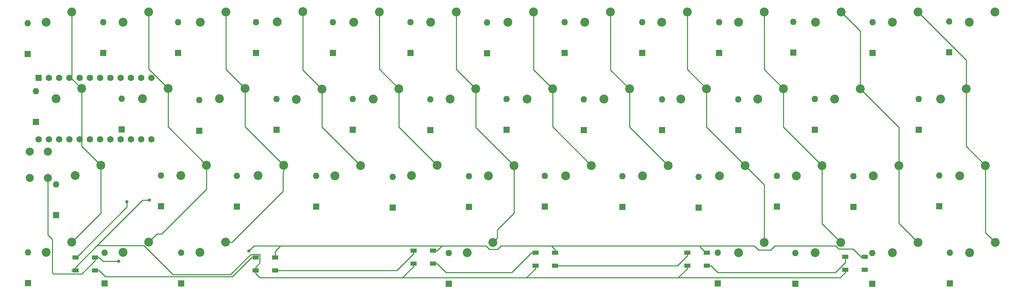
<source format=gbl>
G04 #@! TF.GenerationSoftware,KiCad,Pcbnew,(5.0.2)-1*
G04 #@! TF.CreationDate,2019-01-23T12:21:28-05:00*
G04 #@! TF.ProjectId,TG4x,54473478-2e6b-4696-9361-645f70636258,rev?*
G04 #@! TF.SameCoordinates,Original*
G04 #@! TF.FileFunction,Copper,L2,Bot*
G04 #@! TF.FilePolarity,Positive*
%FSLAX46Y46*%
G04 Gerber Fmt 4.6, Leading zero omitted, Abs format (unit mm)*
G04 Created by KiCad (PCBNEW (5.0.2)-1) date 1/23/2019 12:21:28 PM*
%MOMM*%
%LPD*%
G01*
G04 APERTURE LIST*
G04 #@! TA.AperFunction,ComponentPad*
%ADD10C,2.200000*%
G04 #@! TD*
G04 #@! TA.AperFunction,ComponentPad*
%ADD11C,2.000000*%
G04 #@! TD*
G04 #@! TA.AperFunction,ComponentPad*
%ADD12R,1.600000X1.600000*%
G04 #@! TD*
G04 #@! TA.AperFunction,ComponentPad*
%ADD13C,1.600000*%
G04 #@! TD*
G04 #@! TA.AperFunction,ComponentPad*
%ADD14O,1.600000X1.600000*%
G04 #@! TD*
G04 #@! TA.AperFunction,SMDPad,CuDef*
%ADD15R,1.500000X1.000000*%
G04 #@! TD*
G04 #@! TA.AperFunction,ViaPad*
%ADD16C,0.800000*%
G04 #@! TD*
G04 #@! TA.AperFunction,Conductor*
%ADD17C,0.250000*%
G04 #@! TD*
G04 APERTURE END LIST*
D10*
G04 #@! TO.P,SW12,1*
G04 #@! TO.N,Net-(SW10-Pad1)*
X89585800Y-81356200D03*
G04 #@! TO.P,SW12,2*
G04 #@! TO.N,Net-(D12-Pad2)*
X83235800Y-83896200D03*
G04 #@! TD*
D11*
G04 #@! TO.P,SW46,2*
G04 #@! TO.N,Net-(SW46-Pad2)*
X26742000Y-77978000D03*
G04 #@! TO.P,SW46,1*
G04 #@! TO.N,Net-(D46-Pad1)*
X31242000Y-77978000D03*
G04 #@! TO.P,SW46,2*
G04 #@! TO.N,Net-(SW46-Pad2)*
X26742000Y-84478000D03*
G04 #@! TO.P,SW46,1*
G04 #@! TO.N,Net-(D46-Pad1)*
X31242000Y-84478000D03*
G04 #@! TD*
D10*
G04 #@! TO.P,SW4,1*
G04 #@! TO.N,Net-(SW1-Pad1)*
X44323000Y-81356200D03*
G04 #@! TO.P,SW4,2*
G04 #@! TO.N,Net-(D4-Pad2)*
X37973000Y-83896200D03*
G04 #@! TD*
G04 #@! TO.P,SW3,1*
G04 #@! TO.N,Net-(SW1-Pad1)*
X39547800Y-62306200D03*
G04 #@! TO.P,SW3,2*
G04 #@! TO.N,Net-(D3-Pad2)*
X33197800Y-64846200D03*
G04 #@! TD*
D12*
G04 #@! TO.P,U1,1*
G04 #@! TO.N,Net-(D1-Pad1)*
X28956000Y-59690000D03*
D13*
G04 #@! TO.P,U1,2*
G04 #@! TO.N,Net-(SW26-Pad1)*
X31496000Y-59690000D03*
G04 #@! TO.P,U1,3*
G04 #@! TO.N,Net-(U1-Pad3)*
X34036000Y-59690000D03*
G04 #@! TO.P,U1,4*
G04 #@! TO.N,Net-(U1-Pad4)*
X36576000Y-59690000D03*
G04 #@! TO.P,U1,5*
G04 #@! TO.N,Net-(D11-Pad1)*
X39116000Y-59690000D03*
G04 #@! TO.P,U1,6*
G04 #@! TO.N,Net-(SW23-Pad1)*
X41656000Y-59690000D03*
G04 #@! TO.P,U1,7*
G04 #@! TO.N,Net-(SW19-Pad1)*
X44196000Y-59690000D03*
G04 #@! TO.P,U1,8*
G04 #@! TO.N,Net-(SW16-Pad1)*
X46736000Y-59690000D03*
G04 #@! TO.P,U1,9*
G04 #@! TO.N,Net-(SW13-Pad1)*
X49276000Y-59690000D03*
G04 #@! TO.P,U1,10*
G04 #@! TO.N,Net-(SW10-Pad1)*
X51816000Y-59690000D03*
G04 #@! TO.P,U1,11*
G04 #@! TO.N,Net-(SW5-Pad1)*
X54356000Y-59690000D03*
G04 #@! TO.P,U1,12*
G04 #@! TO.N,Net-(SW1-Pad1)*
X56896000Y-59690000D03*
G04 #@! TO.P,U1,13*
G04 #@! TO.N,Net-(D46-Pad4)*
X56896000Y-74930000D03*
G04 #@! TO.P,U1,14*
G04 #@! TO.N,Net-(SW45-Pad1)*
X54356000Y-74930000D03*
G04 #@! TO.P,U1,15*
G04 #@! TO.N,Net-(SW41-Pad1)*
X51816000Y-74930000D03*
G04 #@! TO.P,U1,16*
G04 #@! TO.N,Net-(SW37-Pad1)*
X49276000Y-74930000D03*
G04 #@! TO.P,U1,17*
G04 #@! TO.N,Net-(SW33-Pad1)*
X46736000Y-74930000D03*
G04 #@! TO.P,U1,18*
G04 #@! TO.N,Net-(SW29-Pad1)*
X44196000Y-74930000D03*
G04 #@! TO.P,U1,19*
G04 #@! TO.N,Net-(D12-Pad1)*
X41656000Y-74930000D03*
G04 #@! TO.P,U1,20*
G04 #@! TO.N,Net-(D10-Pad1)*
X39116000Y-74930000D03*
G04 #@! TO.P,U1,21*
G04 #@! TO.N,Net-(D46-Pad3)*
X36576000Y-74930000D03*
G04 #@! TO.P,U1,22*
G04 #@! TO.N,Net-(SW46-Pad2)*
X34036000Y-74930000D03*
G04 #@! TO.P,U1,23*
G04 #@! TO.N,Net-(D46-Pad1)*
X31496000Y-74930000D03*
G04 #@! TO.P,U1,24*
G04 #@! TO.N,Net-(U1-Pad24)*
X28956000Y-74930000D03*
G04 #@! TD*
D12*
G04 #@! TO.P,D7,1*
G04 #@! TO.N,Net-(D11-Pad1)*
X49530000Y-72466200D03*
D14*
G04 #@! TO.P,D7,2*
G04 #@! TO.N,Net-(D7-Pad2)*
X49530000Y-64846200D03*
G04 #@! TD*
G04 #@! TO.P,D39,2*
G04 #@! TO.N,Net-(D39-Pad2)*
X230733600Y-84099400D03*
D12*
G04 #@! TO.P,D39,1*
G04 #@! TO.N,Net-(D12-Pad1)*
X230733600Y-91719400D03*
G04 #@! TD*
G04 #@! TO.P,D1,1*
G04 #@! TO.N,Net-(D1-Pad1)*
X26187400Y-53771800D03*
D14*
G04 #@! TO.P,D1,2*
G04 #@! TO.N,Net-(D1-Pad2)*
X26187400Y-46151800D03*
G04 #@! TD*
D12*
G04 #@! TO.P,D6,1*
G04 #@! TO.N,Net-(D10-Pad1)*
X45237400Y-110617000D03*
D14*
G04 #@! TO.P,D6,2*
G04 #@! TO.N,Net-(D6-Pad2)*
X45237400Y-102997000D03*
G04 #@! TD*
D12*
G04 #@! TO.P,D8,1*
G04 #@! TO.N,Net-(D12-Pad1)*
X59258200Y-91541600D03*
D14*
G04 #@! TO.P,D8,2*
G04 #@! TO.N,Net-(D8-Pad2)*
X59258200Y-83921600D03*
G04 #@! TD*
G04 #@! TO.P,D10,2*
G04 #@! TO.N,Net-(D10-Pad2)*
X64236600Y-102997000D03*
D12*
G04 #@! TO.P,D10,1*
G04 #@! TO.N,Net-(D10-Pad1)*
X64236600Y-110617000D03*
G04 #@! TD*
D14*
G04 #@! TO.P,D2,2*
G04 #@! TO.N,Net-(D2-Pad2)*
X26289000Y-102946200D03*
D12*
G04 #@! TO.P,D2,1*
G04 #@! TO.N,Net-(D10-Pad1)*
X26289000Y-110566200D03*
G04 #@! TD*
D14*
G04 #@! TO.P,D43,2*
G04 #@! TO.N,Net-(D43-Pad2)*
X251993400Y-83921600D03*
D12*
G04 #@! TO.P,D43,1*
G04 #@! TO.N,Net-(D12-Pad1)*
X251993400Y-91541600D03*
G04 #@! TD*
D14*
G04 #@! TO.P,D42,2*
G04 #@! TO.N,Net-(D42-Pad2)*
X246913400Y-64947800D03*
D12*
G04 #@! TO.P,D42,1*
G04 #@! TO.N,Net-(D11-Pad1)*
X246913400Y-72567800D03*
G04 #@! TD*
D10*
G04 #@! TO.P,SW38,1*
G04 #@! TO.N,Net-(SW37-Pad1)*
X232486200Y-62407800D03*
G04 #@! TO.P,SW38,2*
G04 #@! TO.N,Net-(D38-Pad2)*
X226136200Y-64947800D03*
G04 #@! TD*
D12*
G04 #@! TO.P,D38,1*
G04 #@! TO.N,Net-(D11-Pad1)*
X221183200Y-72567800D03*
D14*
G04 #@! TO.P,D38,2*
G04 #@! TO.N,Net-(D38-Pad2)*
X221183200Y-64947800D03*
G04 #@! TD*
D12*
G04 #@! TO.P,D4,1*
G04 #@! TO.N,Net-(D12-Pad1)*
X33274000Y-93726000D03*
D14*
G04 #@! TO.P,D4,2*
G04 #@! TO.N,Net-(D4-Pad2)*
X33274000Y-86106000D03*
G04 #@! TD*
G04 #@! TO.P,D5,2*
G04 #@! TO.N,Net-(D5-Pad2)*
X44932600Y-45923200D03*
D12*
G04 #@! TO.P,D5,1*
G04 #@! TO.N,Net-(D1-Pad1)*
X44932600Y-53543200D03*
G04 #@! TD*
D10*
G04 #@! TO.P,SW2,2*
G04 #@! TO.N,Net-(D2-Pad2)*
X30810200Y-102946200D03*
G04 #@! TO.P,SW2,1*
G04 #@! TO.N,Net-(SW1-Pad1)*
X37160200Y-100406200D03*
G04 #@! TD*
G04 #@! TO.P,SW37,2*
G04 #@! TO.N,Net-(D37-Pad2)*
X221361000Y-45872400D03*
G04 #@! TO.P,SW37,1*
G04 #@! TO.N,Net-(SW37-Pad1)*
X227711000Y-43332400D03*
G04 #@! TD*
D14*
G04 #@! TO.P,D3,2*
G04 #@! TO.N,Net-(D3-Pad2)*
X28219400Y-62992000D03*
D12*
G04 #@! TO.P,D3,1*
G04 #@! TO.N,Net-(D11-Pad1)*
X28219400Y-70612000D03*
G04 #@! TD*
G04 #@! TO.P,D9,1*
G04 #@! TO.N,Net-(D1-Pad1)*
X63500000Y-53467000D03*
D14*
G04 #@! TO.P,D9,2*
G04 #@! TO.N,Net-(D9-Pad2)*
X63500000Y-45847000D03*
G04 #@! TD*
G04 #@! TO.P,D11,2*
G04 #@! TO.N,Net-(D11-Pad2)*
X68681600Y-65176400D03*
D12*
G04 #@! TO.P,D11,1*
G04 #@! TO.N,Net-(D11-Pad1)*
X68681600Y-72796400D03*
G04 #@! TD*
G04 #@! TO.P,D13,1*
G04 #@! TO.N,Net-(D1-Pad1)*
X82727800Y-53467000D03*
D14*
G04 #@! TO.P,D13,2*
G04 #@! TO.N,Net-(D13-Pad2)*
X82727800Y-45847000D03*
G04 #@! TD*
D12*
G04 #@! TO.P,D15,1*
G04 #@! TO.N,Net-(D12-Pad1)*
X97637600Y-91643200D03*
D14*
G04 #@! TO.P,D15,2*
G04 #@! TO.N,Net-(D15-Pad2)*
X97637600Y-84023200D03*
G04 #@! TD*
G04 #@! TO.P,D16,2*
G04 #@! TO.N,Net-(D16-Pad2)*
X101828600Y-45897800D03*
D12*
G04 #@! TO.P,D16,1*
G04 #@! TO.N,Net-(D1-Pad1)*
X101828600Y-53517800D03*
G04 #@! TD*
G04 #@! TO.P,D17,1*
G04 #@! TO.N,Net-(D11-Pad1)*
X106705400Y-72593200D03*
D14*
G04 #@! TO.P,D17,2*
G04 #@! TO.N,Net-(D17-Pad2)*
X106705400Y-64973200D03*
G04 #@! TD*
G04 #@! TO.P,D18,2*
G04 #@! TO.N,Net-(D18-Pad2)*
X116636800Y-84251800D03*
D12*
G04 #@! TO.P,D18,1*
G04 #@! TO.N,Net-(D12-Pad1)*
X116636800Y-91871800D03*
G04 #@! TD*
G04 #@! TO.P,D19,1*
G04 #@! TO.N,Net-(D1-Pad1)*
X121005600Y-53492400D03*
D14*
G04 #@! TO.P,D19,2*
G04 #@! TO.N,Net-(D19-Pad2)*
X121005600Y-45872400D03*
G04 #@! TD*
G04 #@! TO.P,D22,2*
G04 #@! TO.N,Net-(D22-Pad2)*
X130556000Y-103124000D03*
D12*
G04 #@! TO.P,D22,1*
G04 #@! TO.N,Net-(D10-Pad1)*
X130556000Y-110744000D03*
G04 #@! TD*
D14*
G04 #@! TO.P,D12,2*
G04 #@! TO.N,Net-(D12-Pad2)*
X78003400Y-83997800D03*
D12*
G04 #@! TO.P,D12,1*
G04 #@! TO.N,Net-(D12-Pad1)*
X78003400Y-91617800D03*
G04 #@! TD*
G04 #@! TO.P,D23,1*
G04 #@! TO.N,Net-(D1-Pad1)*
X140030200Y-53594000D03*
D14*
G04 #@! TO.P,D23,2*
G04 #@! TO.N,Net-(D23-Pad2)*
X140030200Y-45974000D03*
G04 #@! TD*
G04 #@! TO.P,D14,2*
G04 #@! TO.N,Net-(D14-Pad2)*
X87884000Y-64922400D03*
D12*
G04 #@! TO.P,D14,1*
G04 #@! TO.N,Net-(D11-Pad1)*
X87884000Y-72542400D03*
G04 #@! TD*
G04 #@! TO.P,D25,1*
G04 #@! TO.N,Net-(D12-Pad1)*
X154305000Y-91617800D03*
D14*
G04 #@! TO.P,D25,2*
G04 #@! TO.N,Net-(D25-Pad2)*
X154305000Y-83997800D03*
G04 #@! TD*
G04 #@! TO.P,D26,2*
G04 #@! TO.N,Net-(D26-Pad2)*
X159232600Y-45897800D03*
D12*
G04 #@! TO.P,D26,1*
G04 #@! TO.N,Net-(D1-Pad1)*
X159232600Y-53517800D03*
G04 #@! TD*
D14*
G04 #@! TO.P,D20,2*
G04 #@! TO.N,Net-(D20-Pad2)*
X125933200Y-64998600D03*
D12*
G04 #@! TO.P,D20,1*
G04 #@! TO.N,Net-(D11-Pad1)*
X125933200Y-72618600D03*
G04 #@! TD*
G04 #@! TO.P,D21,1*
G04 #@! TO.N,Net-(D12-Pad1)*
X135509000Y-91694000D03*
D14*
G04 #@! TO.P,D21,2*
G04 #@! TO.N,Net-(D21-Pad2)*
X135509000Y-84074000D03*
G04 #@! TD*
D12*
G04 #@! TO.P,D27,1*
G04 #@! TO.N,Net-(D11-Pad1)*
X163931600Y-72618600D03*
D14*
G04 #@! TO.P,D27,2*
G04 #@! TO.N,Net-(D27-Pad2)*
X163931600Y-64998600D03*
G04 #@! TD*
G04 #@! TO.P,D28,2*
G04 #@! TO.N,Net-(D28-Pad2)*
X173507400Y-84074000D03*
D12*
G04 #@! TO.P,D28,1*
G04 #@! TO.N,Net-(D12-Pad1)*
X173507400Y-91694000D03*
G04 #@! TD*
D14*
G04 #@! TO.P,D24,2*
G04 #@! TO.N,Net-(D24-Pad2)*
X144856200Y-64973200D03*
D12*
G04 #@! TO.P,D24,1*
G04 #@! TO.N,Net-(D11-Pad1)*
X144856200Y-72593200D03*
G04 #@! TD*
D14*
G04 #@! TO.P,D36,2*
G04 #@! TO.N,Net-(D36-Pad2)*
X216331800Y-103124000D03*
D12*
G04 #@! TO.P,D36,1*
G04 #@! TO.N,Net-(D10-Pad1)*
X216331800Y-110744000D03*
G04 #@! TD*
G04 #@! TO.P,D37,1*
G04 #@! TO.N,Net-(D1-Pad1)*
X215849200Y-53390800D03*
D14*
G04 #@! TO.P,D37,2*
G04 #@! TO.N,Net-(D37-Pad2)*
X215849200Y-45770800D03*
G04 #@! TD*
D12*
G04 #@! TO.P,D31,1*
G04 #@! TO.N,Net-(D12-Pad1)*
X192405000Y-91871800D03*
D14*
G04 #@! TO.P,D31,2*
G04 #@! TO.N,Net-(D31-Pad2)*
X192405000Y-84251800D03*
G04 #@! TD*
D12*
G04 #@! TO.P,D29,1*
G04 #@! TO.N,Net-(D1-Pad1)*
X178460400Y-53492400D03*
D14*
G04 #@! TO.P,D29,2*
G04 #@! TO.N,Net-(D29-Pad2)*
X178460400Y-45872400D03*
G04 #@! TD*
G04 #@! TO.P,D34,2*
G04 #@! TO.N,Net-(D34-Pad2)*
X202209400Y-64998600D03*
D12*
G04 #@! TO.P,D34,1*
G04 #@! TO.N,Net-(D11-Pad1)*
X202209400Y-72618600D03*
G04 #@! TD*
D14*
G04 #@! TO.P,D33,2*
G04 #@! TO.N,Net-(D33-Pad2)*
X197485000Y-45923200D03*
D12*
G04 #@! TO.P,D33,1*
G04 #@! TO.N,Net-(D1-Pad1)*
X197485000Y-53543200D03*
G04 #@! TD*
G04 #@! TO.P,D30,1*
G04 #@! TO.N,Net-(D11-Pad1)*
X183388000Y-72618600D03*
D14*
G04 #@! TO.P,D30,2*
G04 #@! TO.N,Net-(D30-Pad2)*
X183388000Y-64998600D03*
G04 #@! TD*
D12*
G04 #@! TO.P,D35,1*
G04 #@! TO.N,Net-(D12-Pad1)*
X211759800Y-91592400D03*
D14*
G04 #@! TO.P,D35,2*
G04 #@! TO.N,Net-(D35-Pad2)*
X211759800Y-83972400D03*
G04 #@! TD*
G04 #@! TO.P,D32,2*
G04 #@! TO.N,Net-(D32-Pad2)*
X197129400Y-102997000D03*
D12*
G04 #@! TO.P,D32,1*
G04 #@! TO.N,Net-(D10-Pad1)*
X197129400Y-110617000D03*
G04 #@! TD*
D15*
G04 #@! TO.P,D49,1*
G04 #@! TO.N,Net-(D46-Pad1)*
X126656000Y-102540000D03*
G04 #@! TO.P,D49,2*
G04 #@! TO.N,Net-(D49-Pad2)*
X126656000Y-105740000D03*
G04 #@! TO.P,D49,4*
G04 #@! TO.N,Net-(D48-Pad2)*
X121756000Y-102540000D03*
G04 #@! TO.P,D49,3*
G04 #@! TO.N,Net-(D46-Pad3)*
X121756000Y-105740000D03*
G04 #@! TD*
G04 #@! TO.P,D52,3*
G04 #@! TO.N,Net-(D46-Pad3)*
X228690000Y-107264000D03*
G04 #@! TO.P,D52,4*
G04 #@! TO.N,Net-(D51-Pad2)*
X228690000Y-104064000D03*
G04 #@! TO.P,D52,2*
G04 #@! TO.N,Net-(D52-Pad2)*
X233590000Y-107264000D03*
G04 #@! TO.P,D52,1*
G04 #@! TO.N,Net-(D46-Pad1)*
X233590000Y-104064000D03*
G04 #@! TD*
G04 #@! TO.P,D51,1*
G04 #@! TO.N,Net-(D46-Pad1)*
X194474000Y-103048000D03*
G04 #@! TO.P,D51,2*
G04 #@! TO.N,Net-(D51-Pad2)*
X194474000Y-106248000D03*
G04 #@! TO.P,D51,4*
G04 #@! TO.N,Net-(D50-Pad2)*
X189574000Y-103048000D03*
G04 #@! TO.P,D51,3*
G04 #@! TO.N,Net-(D46-Pad3)*
X189574000Y-106248000D03*
G04 #@! TD*
G04 #@! TO.P,D47,1*
G04 #@! TO.N,Net-(D46-Pad1)*
X42926000Y-104242000D03*
G04 #@! TO.P,D47,2*
G04 #@! TO.N,Net-(D47-Pad2)*
X42926000Y-107442000D03*
G04 #@! TO.P,D47,4*
G04 #@! TO.N,Net-(D46-Pad2)*
X38026000Y-104242000D03*
G04 #@! TO.P,D47,3*
G04 #@! TO.N,Net-(D46-Pad3)*
X38026000Y-107442000D03*
G04 #@! TD*
G04 #@! TO.P,D50,3*
G04 #@! TO.N,Net-(D46-Pad3)*
X151982000Y-106248000D03*
G04 #@! TO.P,D50,4*
G04 #@! TO.N,Net-(D49-Pad2)*
X151982000Y-103048000D03*
G04 #@! TO.P,D50,2*
G04 #@! TO.N,Net-(D50-Pad2)*
X156882000Y-106248000D03*
G04 #@! TO.P,D50,1*
G04 #@! TO.N,Net-(D46-Pad1)*
X156882000Y-103048000D03*
G04 #@! TD*
G04 #@! TO.P,D48,3*
G04 #@! TO.N,Net-(D46-Pad3)*
X82640000Y-107442000D03*
G04 #@! TO.P,D48,4*
G04 #@! TO.N,Net-(D47-Pad2)*
X82640000Y-104242000D03*
G04 #@! TO.P,D48,2*
G04 #@! TO.N,Net-(D48-Pad2)*
X87540000Y-107442000D03*
G04 #@! TO.P,D48,1*
G04 #@! TO.N,Net-(D46-Pad1)*
X87540000Y-104242000D03*
G04 #@! TD*
D10*
G04 #@! TO.P,SW22,2*
G04 #@! TO.N,Net-(D22-Pad2)*
X135128000Y-103073200D03*
G04 #@! TO.P,SW22,1*
G04 #@! TO.N,Net-(SW19-Pad1)*
X141478000Y-100533200D03*
G04 #@! TD*
G04 #@! TO.P,SW20,2*
G04 #@! TO.N,Net-(D20-Pad2)*
X130860800Y-64922400D03*
G04 #@! TO.P,SW20,1*
G04 #@! TO.N,Net-(SW19-Pad1)*
X137210800Y-62382400D03*
G04 #@! TD*
G04 #@! TO.P,SW11,2*
G04 #@! TO.N,Net-(D11-Pad2)*
X73710800Y-64846200D03*
G04 #@! TO.P,SW11,1*
G04 #@! TO.N,Net-(SW10-Pad1)*
X80060800Y-62306200D03*
G04 #@! TD*
G04 #@! TO.P,SW15,1*
G04 #@! TO.N,Net-(SW13-Pad1)*
X108635800Y-81432400D03*
G04 #@! TO.P,SW15,2*
G04 #@! TO.N,Net-(D15-Pad2)*
X102285800Y-83972400D03*
G04 #@! TD*
G04 #@! TO.P,SW14,2*
G04 #@! TO.N,Net-(D14-Pad2)*
X92760800Y-64998600D03*
G04 #@! TO.P,SW14,1*
G04 #@! TO.N,Net-(SW13-Pad1)*
X99110800Y-62458600D03*
G04 #@! TD*
G04 #@! TO.P,SW18,2*
G04 #@! TO.N,Net-(D18-Pad2)*
X121310400Y-83870800D03*
G04 #@! TO.P,SW18,1*
G04 #@! TO.N,Net-(SW16-Pad1)*
X127660400Y-81330800D03*
G04 #@! TD*
G04 #@! TO.P,SW21,1*
G04 #@! TO.N,Net-(SW19-Pad1)*
X146710400Y-81432400D03*
G04 #@! TO.P,SW21,2*
G04 #@! TO.N,Net-(D21-Pad2)*
X140360400Y-83972400D03*
G04 #@! TD*
G04 #@! TO.P,SW36,1*
G04 #@! TO.N,Net-(SW33-Pad1)*
X227660200Y-100507800D03*
G04 #@! TO.P,SW36,2*
G04 #@! TO.N,Net-(D36-Pad2)*
X221310200Y-103047800D03*
G04 #@! TD*
D12*
G04 #@! TO.P,D41,1*
G04 #@! TO.N,Net-(D1-Pad1)*
X235483400Y-53543200D03*
D14*
G04 #@! TO.P,D41,2*
G04 #@! TO.N,Net-(D41-Pad2)*
X235483400Y-45923200D03*
G04 #@! TD*
D12*
G04 #@! TO.P,D44,1*
G04 #@! TO.N,Net-(D10-Pad1)*
X254635000Y-110617000D03*
D14*
G04 #@! TO.P,D44,2*
G04 #@! TO.N,Net-(D44-Pad2)*
X254635000Y-102997000D03*
G04 #@! TD*
D10*
G04 #@! TO.P,SW19,1*
G04 #@! TO.N,Net-(SW19-Pad1)*
X132384800Y-43307000D03*
G04 #@! TO.P,SW19,2*
G04 #@! TO.N,Net-(D19-Pad2)*
X126034800Y-45847000D03*
G04 #@! TD*
G04 #@! TO.P,SW27,1*
G04 #@! TO.N,Net-(SW26-Pad1)*
X175310800Y-62433200D03*
G04 #@! TO.P,SW27,2*
G04 #@! TO.N,Net-(D27-Pad2)*
X168960800Y-64973200D03*
G04 #@! TD*
G04 #@! TO.P,SW40,1*
G04 #@! TO.N,Net-(SW37-Pad1)*
X246786400Y-100507800D03*
G04 #@! TO.P,SW40,2*
G04 #@! TO.N,Net-(D40-Pad2)*
X240436400Y-103047800D03*
G04 #@! TD*
G04 #@! TO.P,SW33,2*
G04 #@! TO.N,Net-(D33-Pad2)*
X202311000Y-45872400D03*
G04 #@! TO.P,SW33,1*
G04 #@! TO.N,Net-(SW33-Pad1)*
X208661000Y-43332400D03*
G04 #@! TD*
D12*
G04 #@! TO.P,D45,1*
G04 #@! TO.N,Net-(D1-Pad1)*
X254457200Y-53365400D03*
D14*
G04 #@! TO.P,D45,2*
G04 #@! TO.N,Net-(D45-Pad2)*
X254457200Y-45745400D03*
G04 #@! TD*
D10*
G04 #@! TO.P,SW9,2*
G04 #@! TO.N,Net-(D9-Pad2)*
X68961000Y-45897800D03*
G04 #@! TO.P,SW9,1*
G04 #@! TO.N,Net-(SW10-Pad1)*
X75311000Y-43357800D03*
G04 #@! TD*
G04 #@! TO.P,SW8,1*
G04 #@! TO.N,Net-(SW5-Pad1)*
X70510400Y-81330800D03*
G04 #@! TO.P,SW8,2*
G04 #@! TO.N,Net-(D8-Pad2)*
X64160400Y-83870800D03*
G04 #@! TD*
G04 #@! TO.P,SW30,2*
G04 #@! TO.N,Net-(D30-Pad2)*
X188036200Y-64947800D03*
G04 #@! TO.P,SW30,1*
G04 #@! TO.N,Net-(SW29-Pad1)*
X194386200Y-62407800D03*
G04 #@! TD*
G04 #@! TO.P,SW32,1*
G04 #@! TO.N,Net-(SW29-Pad1)*
X208661000Y-100457000D03*
G04 #@! TO.P,SW32,2*
G04 #@! TO.N,Net-(D32-Pad2)*
X202311000Y-102997000D03*
G04 #@! TD*
G04 #@! TO.P,SW17,1*
G04 #@! TO.N,Net-(SW16-Pad1)*
X118186200Y-62357000D03*
G04 #@! TO.P,SW17,2*
G04 #@! TO.N,Net-(D17-Pad2)*
X111836200Y-64897000D03*
G04 #@! TD*
G04 #@! TO.P,SW31,1*
G04 #@! TO.N,Net-(SW29-Pad1)*
X203936600Y-81432400D03*
G04 #@! TO.P,SW31,2*
G04 #@! TO.N,Net-(D31-Pad2)*
X197586600Y-83972400D03*
G04 #@! TD*
G04 #@! TO.P,SW16,2*
G04 #@! TO.N,Net-(D16-Pad2)*
X106984800Y-45923200D03*
G04 #@! TO.P,SW16,1*
G04 #@! TO.N,Net-(SW16-Pad1)*
X113334800Y-43383200D03*
G04 #@! TD*
G04 #@! TO.P,SW28,2*
G04 #@! TO.N,Net-(D28-Pad2)*
X178562000Y-83997800D03*
G04 #@! TO.P,SW28,1*
G04 #@! TO.N,Net-(SW26-Pad1)*
X184912000Y-81457800D03*
G04 #@! TD*
D14*
G04 #@! TO.P,D40,2*
G04 #@! TO.N,Net-(D40-Pad2)*
X235458000Y-103124000D03*
D12*
G04 #@! TO.P,D40,1*
G04 #@! TO.N,Net-(D10-Pad1)*
X235458000Y-110744000D03*
G04 #@! TD*
D10*
G04 #@! TO.P,SW7,2*
G04 #@! TO.N,Net-(D7-Pad2)*
X54635400Y-64846200D03*
G04 #@! TO.P,SW7,1*
G04 #@! TO.N,Net-(SW5-Pad1)*
X60985400Y-62306200D03*
G04 #@! TD*
G04 #@! TO.P,SW10,2*
G04 #@! TO.N,Net-(D10-Pad2)*
X68910200Y-102946200D03*
G04 #@! TO.P,SW10,1*
G04 #@! TO.N,Net-(SW10-Pad1)*
X75260200Y-100406200D03*
G04 #@! TD*
G04 #@! TO.P,SW35,2*
G04 #@! TO.N,Net-(D35-Pad2)*
X216611200Y-83947000D03*
G04 #@! TO.P,SW35,1*
G04 #@! TO.N,Net-(SW33-Pad1)*
X222961200Y-81407000D03*
G04 #@! TD*
G04 #@! TO.P,SW24,2*
G04 #@! TO.N,Net-(D24-Pad2)*
X149910800Y-64947800D03*
G04 #@! TO.P,SW24,1*
G04 #@! TO.N,Net-(SW23-Pad1)*
X156260800Y-62407800D03*
G04 #@! TD*
G04 #@! TO.P,SW5,1*
G04 #@! TO.N,Net-(SW5-Pad1)*
X56184800Y-43357800D03*
G04 #@! TO.P,SW5,2*
G04 #@! TO.N,Net-(D5-Pad2)*
X49834800Y-45897800D03*
G04 #@! TD*
G04 #@! TO.P,SW13,1*
G04 #@! TO.N,Net-(SW13-Pad1)*
X94361000Y-43230800D03*
G04 #@! TO.P,SW13,2*
G04 #@! TO.N,Net-(D13-Pad2)*
X88011000Y-45770800D03*
G04 #@! TD*
G04 #@! TO.P,SW1,1*
G04 #@! TO.N,Net-(SW1-Pad1)*
X37160200Y-43307000D03*
G04 #@! TO.P,SW1,2*
G04 #@! TO.N,Net-(D1-Pad2)*
X30810200Y-45847000D03*
G04 #@! TD*
G04 #@! TO.P,SW26,2*
G04 #@! TO.N,Net-(D26-Pad2)*
X164236400Y-45923200D03*
G04 #@! TO.P,SW26,1*
G04 #@! TO.N,Net-(SW26-Pad1)*
X170586400Y-43383200D03*
G04 #@! TD*
G04 #@! TO.P,SW29,1*
G04 #@! TO.N,Net-(SW29-Pad1)*
X189585600Y-43307000D03*
G04 #@! TO.P,SW29,2*
G04 #@! TO.N,Net-(D29-Pad2)*
X183235600Y-45847000D03*
G04 #@! TD*
G04 #@! TO.P,SW43,2*
G04 #@! TO.N,Net-(D43-Pad2)*
X257073400Y-83947000D03*
G04 #@! TO.P,SW43,1*
G04 #@! TO.N,Net-(SW41-Pad1)*
X263423400Y-81407000D03*
G04 #@! TD*
G04 #@! TO.P,SW41,2*
G04 #@! TO.N,Net-(D41-Pad2)*
X240411000Y-45897800D03*
G04 #@! TO.P,SW41,1*
G04 #@! TO.N,Net-(SW41-Pad1)*
X246761000Y-43357800D03*
G04 #@! TD*
G04 #@! TO.P,SW23,1*
G04 #@! TO.N,Net-(SW23-Pad1)*
X151485600Y-43332400D03*
G04 #@! TO.P,SW23,2*
G04 #@! TO.N,Net-(D23-Pad2)*
X145135600Y-45872400D03*
G04 #@! TD*
G04 #@! TO.P,SW25,1*
G04 #@! TO.N,Net-(SW23-Pad1)*
X165862000Y-81432400D03*
G04 #@! TO.P,SW25,2*
G04 #@! TO.N,Net-(D25-Pad2)*
X159512000Y-83972400D03*
G04 #@! TD*
G04 #@! TO.P,SW34,1*
G04 #@! TO.N,Net-(SW33-Pad1)*
X213436200Y-62357000D03*
G04 #@! TO.P,SW34,2*
G04 #@! TO.N,Net-(D34-Pad2)*
X207086200Y-64897000D03*
G04 #@! TD*
G04 #@! TO.P,SW39,2*
G04 #@! TO.N,Net-(D39-Pad2)*
X235686600Y-84023200D03*
G04 #@! TO.P,SW39,1*
G04 #@! TO.N,Net-(SW37-Pad1)*
X242036600Y-81483200D03*
G04 #@! TD*
G04 #@! TO.P,SW42,2*
G04 #@! TO.N,Net-(D42-Pad2)*
X252323600Y-64922400D03*
G04 #@! TO.P,SW42,1*
G04 #@! TO.N,Net-(SW41-Pad1)*
X258673600Y-62382400D03*
G04 #@! TD*
G04 #@! TO.P,SW45,1*
G04 #@! TO.N,Net-(SW45-Pad1)*
X265836400Y-43357800D03*
G04 #@! TO.P,SW45,2*
G04 #@! TO.N,Net-(D45-Pad2)*
X259486400Y-45897800D03*
G04 #@! TD*
G04 #@! TO.P,SW44,2*
G04 #@! TO.N,Net-(D44-Pad2)*
X259537200Y-103022400D03*
G04 #@! TO.P,SW44,1*
G04 #@! TO.N,Net-(SW41-Pad1)*
X265887200Y-100482400D03*
G04 #@! TD*
G04 #@! TO.P,SW6,1*
G04 #@! TO.N,Net-(SW5-Pad1)*
X56197500Y-100393500D03*
G04 #@! TO.P,SW6,2*
G04 #@! TO.N,Net-(D6-Pad2)*
X49847500Y-102933500D03*
G04 #@! TD*
D16*
G04 #@! TO.N,Net-(D46-Pad3)*
X56388000Y-90030000D03*
G04 #@! TO.N,Net-(D46-Pad2)*
X50800000Y-90424000D03*
G04 #@! TO.N,Net-(D46-Pad1)*
X48768000Y-105156000D03*
X81026000Y-102616000D03*
G04 #@! TD*
D17*
G04 #@! TO.N,Net-(SW1-Pad1)*
X44323000Y-93243400D02*
X44323000Y-81356200D01*
X37160200Y-100406200D02*
X44323000Y-93243400D01*
X39547800Y-76581000D02*
X44323000Y-81356200D01*
X39547800Y-62306200D02*
X39547800Y-76581000D01*
X37160200Y-59918600D02*
X37160200Y-43307000D01*
X39547800Y-62306200D02*
X37160200Y-59918600D01*
G04 #@! TO.N,Net-(SW5-Pad1)*
X56184800Y-57505600D02*
X60985400Y-62306200D01*
X56184800Y-43357800D02*
X56184800Y-57505600D01*
X60985400Y-71805800D02*
X70510400Y-81330800D01*
X60985400Y-62306200D02*
X60985400Y-71805800D01*
X58204798Y-98386202D02*
X56197500Y-100393500D01*
X59436000Y-98386202D02*
X58204798Y-98386202D01*
X70510400Y-81330800D02*
X70510400Y-87311802D01*
X70510400Y-87311802D02*
X59436000Y-98386202D01*
G04 #@! TO.N,Net-(SW10-Pad1)*
X80060800Y-71831200D02*
X80060800Y-62306200D01*
X89585800Y-81356200D02*
X80060800Y-71831200D01*
X75311000Y-57556400D02*
X80060800Y-62306200D01*
X75311000Y-43357800D02*
X75311000Y-57556400D01*
X89585800Y-82911834D02*
X89458800Y-83038834D01*
X89585800Y-81356200D02*
X89585800Y-82911834D01*
X76815834Y-100406200D02*
X75260200Y-100406200D01*
X89458800Y-87763234D02*
X76815834Y-100406200D01*
X89458800Y-83038834D02*
X89458800Y-87763234D01*
G04 #@! TO.N,Net-(SW13-Pad1)*
X94361000Y-57708800D02*
X99110800Y-62458600D01*
X94361000Y-43230800D02*
X94361000Y-57708800D01*
X99110800Y-71907400D02*
X108635800Y-81432400D01*
X99110800Y-62458600D02*
X99110800Y-71907400D01*
G04 #@! TO.N,Net-(SW16-Pad1)*
X113334800Y-57505600D02*
X118186200Y-62357000D01*
X113334800Y-43383200D02*
X113334800Y-57505600D01*
X118186200Y-71856600D02*
X127660400Y-81330800D01*
X118186200Y-62357000D02*
X118186200Y-71856600D01*
G04 #@! TO.N,Net-(SW19-Pad1)*
X132384800Y-57556400D02*
X137210800Y-62382400D01*
X132384800Y-43307000D02*
X132384800Y-57556400D01*
X137210800Y-71932800D02*
X146710400Y-81432400D01*
X137210800Y-62382400D02*
X137210800Y-71932800D01*
X142577999Y-97350401D02*
X146710400Y-93218000D01*
X142577999Y-99433201D02*
X142577999Y-97350401D01*
X141478000Y-100533200D02*
X142577999Y-99433201D01*
X146710400Y-81432400D02*
X146710400Y-93218000D01*
G04 #@! TO.N,Net-(SW23-Pad1)*
X151485600Y-57632600D02*
X156260800Y-62407800D01*
X151485600Y-43332400D02*
X151485600Y-57632600D01*
X156260800Y-71831200D02*
X165862000Y-81432400D01*
X156260800Y-62407800D02*
X156260800Y-71831200D01*
G04 #@! TO.N,Net-(SW26-Pad1)*
X170586400Y-57708800D02*
X175310800Y-62433200D01*
X170586400Y-43383200D02*
X170586400Y-57708800D01*
X175310800Y-71856600D02*
X184912000Y-81457800D01*
X175310800Y-62433200D02*
X175310800Y-71856600D01*
G04 #@! TO.N,Net-(SW29-Pad1)*
X208661000Y-86156800D02*
X203936600Y-81432400D01*
X208661000Y-100457000D02*
X208661000Y-86156800D01*
X194386200Y-71882000D02*
X194386200Y-62407800D01*
X203936600Y-81432400D02*
X194386200Y-71882000D01*
X189585600Y-57607200D02*
X189585600Y-43307000D01*
X194386200Y-62407800D02*
X189585600Y-57607200D01*
G04 #@! TO.N,Net-(SW33-Pad1)*
X208661000Y-57581800D02*
X213436200Y-62357000D01*
X208661000Y-43332400D02*
X208661000Y-57581800D01*
X213436200Y-71882000D02*
X222961200Y-81407000D01*
X213436200Y-62357000D02*
X213436200Y-71882000D01*
X222961200Y-95808800D02*
X227660200Y-100507800D01*
X222961200Y-81407000D02*
X222961200Y-95808800D01*
G04 #@! TO.N,Net-(SW37-Pad1)*
X242036600Y-95758000D02*
X242036600Y-81483200D01*
X246786400Y-100507800D02*
X242036600Y-95758000D01*
X232486200Y-48107600D02*
X227711000Y-43332400D01*
X232486200Y-62407800D02*
X232486200Y-48107600D01*
X242036600Y-81483200D02*
X242036600Y-71958200D01*
X242036600Y-71958200D02*
X232486200Y-62407800D01*
G04 #@! TO.N,Net-(SW41-Pad1)*
X246761000Y-43357800D02*
X258673600Y-55270400D01*
X263423400Y-98018600D02*
X265887200Y-100482400D01*
X263423400Y-81407000D02*
X263423400Y-98018600D01*
X258673600Y-62382400D02*
X258673600Y-76657200D01*
X258673600Y-55270400D02*
X258673600Y-62382400D01*
X258673600Y-76657200D02*
X263423400Y-81407000D01*
G04 #@! TO.N,Net-(D46-Pad3)*
X56388000Y-90030000D02*
X56388000Y-90030000D01*
X37026000Y-107442000D02*
X38026000Y-107442000D01*
X55822315Y-90030000D02*
X56388000Y-90030000D01*
X54688000Y-90030000D02*
X55822315Y-90030000D01*
X38026000Y-107442000D02*
X38026000Y-106692000D01*
X54978998Y-101284000D02*
X62152998Y-108458000D01*
X43434000Y-101284000D02*
X54978998Y-101284000D01*
X43434000Y-101284000D02*
X54688000Y-90030000D01*
X38026000Y-106692000D02*
X43434000Y-101284000D01*
X62152998Y-108458000D02*
X76454000Y-108458000D01*
X82640000Y-106692000D02*
X82640000Y-107442000D01*
X83715001Y-105616999D02*
X82640000Y-106692000D01*
X83715001Y-103481999D02*
X83715001Y-105616999D01*
X83650001Y-103416999D02*
X83715001Y-103481999D01*
X81495001Y-103416999D02*
X83650001Y-103416999D01*
X76454000Y-108458000D02*
X81495001Y-103416999D01*
X82640000Y-108192000D02*
X83668000Y-109220000D01*
X82640000Y-107442000D02*
X82640000Y-108192000D01*
X227484000Y-109220000D02*
X224790000Y-109220000D01*
X228690000Y-108014000D02*
X227484000Y-109220000D01*
X228690000Y-107264000D02*
X228690000Y-108014000D01*
X187352000Y-109220000D02*
X185166000Y-109220000D01*
X189574000Y-106998000D02*
X187352000Y-109220000D01*
X189574000Y-106248000D02*
X189574000Y-106998000D01*
X185166000Y-109220000D02*
X224790000Y-109220000D01*
X149760000Y-109220000D02*
X147828000Y-109220000D01*
X151982000Y-106998000D02*
X149760000Y-109220000D01*
X151982000Y-106248000D02*
X151982000Y-106998000D01*
X147828000Y-109220000D02*
X185166000Y-109220000D01*
X119026000Y-109220000D02*
X117348000Y-109220000D01*
X121756000Y-106490000D02*
X119026000Y-109220000D01*
X121756000Y-105740000D02*
X121756000Y-106490000D01*
X83668000Y-109220000D02*
X117348000Y-109220000D01*
X117348000Y-109220000D02*
X147828000Y-109220000D01*
G04 #@! TO.N,Net-(D46-Pad2)*
X50800000Y-90424000D02*
X50800000Y-90424000D01*
X38276000Y-104242000D02*
X38026000Y-104242000D01*
X50800000Y-91718000D02*
X38276000Y-104242000D01*
X50800000Y-90424000D02*
X50800000Y-91718000D01*
X50800000Y-90424000D02*
X50800000Y-90424000D01*
G04 #@! TO.N,Net-(D46-Pad1)*
X31242000Y-84478000D02*
X31242000Y-98666998D01*
X31242000Y-98666998D02*
X32295199Y-99720197D01*
X32295199Y-99720197D02*
X32295199Y-107987199D01*
X42926000Y-104992000D02*
X42926000Y-104242000D01*
X39650999Y-108267001D02*
X42926000Y-104992000D01*
X32575001Y-108267001D02*
X39650999Y-108267001D01*
X32295199Y-107987199D02*
X32575001Y-108267001D01*
X43926000Y-104242000D02*
X44840000Y-105156000D01*
X42926000Y-104242000D02*
X43926000Y-104242000D01*
X44840000Y-105156000D02*
X48768000Y-105156000D01*
X48768000Y-105156000D02*
X48768000Y-105156000D01*
X81026000Y-102616000D02*
X82296000Y-101346000D01*
X206248000Y-101346000D02*
X207264000Y-102362000D01*
X207264000Y-102362000D02*
X210312000Y-102362000D01*
X210312000Y-102362000D02*
X211328000Y-101346000D01*
X226389398Y-101346000D02*
X227151398Y-102108000D01*
X211328000Y-101346000D02*
X226389398Y-101346000D01*
X232590000Y-104064000D02*
X233590000Y-104064000D01*
X230634000Y-102108000D02*
X232590000Y-104064000D01*
X227151398Y-102108000D02*
X230634000Y-102108000D01*
X194224000Y-103048000D02*
X194474000Y-103048000D01*
X192786000Y-101610000D02*
X194224000Y-103048000D01*
X192786000Y-101346000D02*
X192786000Y-101610000D01*
X192786000Y-101346000D02*
X206248000Y-101346000D01*
X155930000Y-101346000D02*
X154686000Y-101346000D01*
X156882000Y-102298000D02*
X155930000Y-101346000D01*
X156882000Y-103048000D02*
X156882000Y-102298000D01*
X154686000Y-101346000D02*
X192786000Y-101346000D01*
X143510000Y-101346000D02*
X154686000Y-101346000D01*
X142633001Y-102222999D02*
X143510000Y-101346000D01*
X140590100Y-102222999D02*
X142633001Y-102222999D01*
X139739303Y-101346000D02*
X139713101Y-101346000D01*
X139713101Y-101346000D02*
X140590100Y-102222999D01*
X87540000Y-102706000D02*
X88900000Y-101346000D01*
X87540000Y-104242000D02*
X87540000Y-102706000D01*
X88900000Y-101346000D02*
X82296000Y-101346000D01*
X128850000Y-101346000D02*
X130048000Y-101346000D01*
X127656000Y-102540000D02*
X128850000Y-101346000D01*
X126656000Y-102540000D02*
X127656000Y-102540000D01*
X139713101Y-101346000D02*
X130048000Y-101346000D01*
X130048000Y-101346000D02*
X88900000Y-101346000D01*
G04 #@! TO.N,Net-(D47-Pad2)*
X42926000Y-107442000D02*
X42676000Y-107442000D01*
X78070799Y-107811201D02*
X81640000Y-104242000D01*
X43926000Y-107442000D02*
X44295201Y-107811201D01*
X42926000Y-107442000D02*
X43926000Y-107442000D01*
X43926000Y-107442000D02*
X45450000Y-108966000D01*
X81640000Y-104242000D02*
X82640000Y-104242000D01*
X76916000Y-108966000D02*
X81640000Y-104242000D01*
X45450000Y-108966000D02*
X76916000Y-108966000D01*
G04 #@! TO.N,Net-(D48-Pad2)*
X121756000Y-103290000D02*
X121756000Y-102540000D01*
X117604000Y-107442000D02*
X121756000Y-103290000D01*
X87540000Y-107442000D02*
X117604000Y-107442000D01*
G04 #@! TO.N,Net-(D49-Pad2)*
X150982000Y-103048000D02*
X151982000Y-103048000D01*
X146091799Y-107938201D02*
X150982000Y-103048000D01*
X129854201Y-107938201D02*
X146091799Y-107938201D01*
X127656000Y-105740000D02*
X129854201Y-107938201D01*
X126656000Y-105740000D02*
X127656000Y-105740000D01*
G04 #@! TO.N,Net-(D50-Pad2)*
X189574000Y-103798000D02*
X189574000Y-103048000D01*
X187124000Y-106248000D02*
X189574000Y-103798000D01*
X156882000Y-106248000D02*
X187124000Y-106248000D01*
G04 #@! TO.N,Net-(D51-Pad2)*
X228690000Y-104814000D02*
X228690000Y-104064000D01*
X228690000Y-105459002D02*
X228690000Y-104814000D01*
X226236201Y-107912801D02*
X228690000Y-105459002D01*
X197138801Y-107912801D02*
X226236201Y-107912801D01*
X195474000Y-106248000D02*
X197138801Y-107912801D01*
X194474000Y-106248000D02*
X195474000Y-106248000D01*
G04 #@! TD*
M02*

</source>
